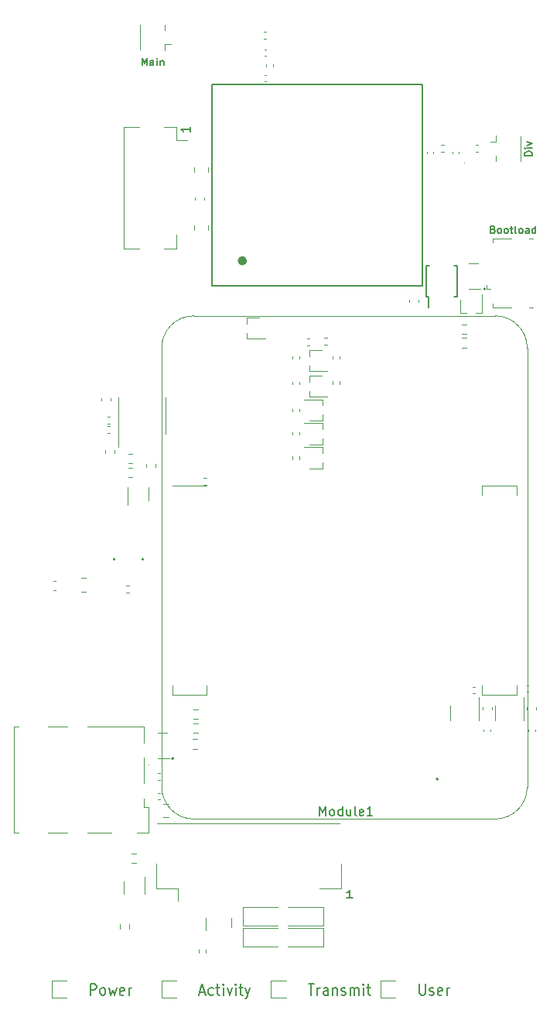
<source format=gbr>
%TF.GenerationSoftware,KiCad,Pcbnew,6.99.0-1.20221101gitf80c150.fc36*%
%TF.CreationDate,2022-11-16T21:34:58+00:00*%
%TF.ProjectId,bugg-main-r4,62756767-2d6d-4616-996e-2d72342e6b69,rev?*%
%TF.SameCoordinates,Original*%
%TF.FileFunction,Legend,Top*%
%TF.FilePolarity,Positive*%
%FSLAX46Y46*%
G04 Gerber Fmt 4.6, Leading zero omitted, Abs format (unit mm)*
G04 Created by KiCad (PCBNEW 6.99.0-1.20221101gitf80c150.fc36) date 2022-11-16 21:34:58*
%MOMM*%
%LPD*%
G01*
G04 APERTURE LIST*
%ADD10C,0.200000*%
%ADD11C,0.150000*%
%ADD12C,0.120000*%
%ADD13C,0.127000*%
%ADD14C,0.508000*%
%ADD15C,0.100000*%
G04 APERTURE END LIST*
D10*
X17250000Y-23150000D02*
G75*
G03*
X17250000Y-23150000I-100000J0D01*
G01*
X-18100000Y900000D02*
G75*
G03*
X-18100000Y900000I-100000J0D01*
G01*
X-15000000Y900000D02*
G75*
G03*
X-15000000Y900000I-100000J0D01*
G01*
X-11700000Y-20900000D02*
G75*
G03*
X-11700000Y-20900000I-100000J0D01*
G01*
X22450000Y30450000D02*
G75*
G03*
X22450000Y30450000I-100000J0D01*
G01*
X15211904Y-45540857D02*
X15211904Y-46512285D01*
X15211904Y-46512285D02*
X15264285Y-46626571D01*
X15264285Y-46626571D02*
X15316666Y-46683714D01*
X15316666Y-46683714D02*
X15421428Y-46740857D01*
X15421428Y-46740857D02*
X15630952Y-46740857D01*
X15630952Y-46740857D02*
X15735714Y-46683714D01*
X15735714Y-46683714D02*
X15788095Y-46626571D01*
X15788095Y-46626571D02*
X15840476Y-46512285D01*
X15840476Y-46512285D02*
X15840476Y-45540857D01*
X16311904Y-46683714D02*
X16416666Y-46740857D01*
X16416666Y-46740857D02*
X16626190Y-46740857D01*
X16626190Y-46740857D02*
X16730952Y-46683714D01*
X16730952Y-46683714D02*
X16783333Y-46569428D01*
X16783333Y-46569428D02*
X16783333Y-46512285D01*
X16783333Y-46512285D02*
X16730952Y-46398000D01*
X16730952Y-46398000D02*
X16626190Y-46340857D01*
X16626190Y-46340857D02*
X16469047Y-46340857D01*
X16469047Y-46340857D02*
X16364285Y-46283714D01*
X16364285Y-46283714D02*
X16311904Y-46169428D01*
X16311904Y-46169428D02*
X16311904Y-46112285D01*
X16311904Y-46112285D02*
X16364285Y-45998000D01*
X16364285Y-45998000D02*
X16469047Y-45940857D01*
X16469047Y-45940857D02*
X16626190Y-45940857D01*
X16626190Y-45940857D02*
X16730952Y-45998000D01*
X17673809Y-46683714D02*
X17569047Y-46740857D01*
X17569047Y-46740857D02*
X17359523Y-46740857D01*
X17359523Y-46740857D02*
X17254761Y-46683714D01*
X17254761Y-46683714D02*
X17202380Y-46569428D01*
X17202380Y-46569428D02*
X17202380Y-46112285D01*
X17202380Y-46112285D02*
X17254761Y-45998000D01*
X17254761Y-45998000D02*
X17359523Y-45940857D01*
X17359523Y-45940857D02*
X17569047Y-45940857D01*
X17569047Y-45940857D02*
X17673809Y-45998000D01*
X17673809Y-45998000D02*
X17726190Y-46112285D01*
X17726190Y-46112285D02*
X17726190Y-46226571D01*
X17726190Y-46226571D02*
X17202380Y-46340857D01*
X18197618Y-46740857D02*
X18197618Y-45940857D01*
X18197618Y-46169428D02*
X18249999Y-46055142D01*
X18249999Y-46055142D02*
X18302380Y-45998000D01*
X18302380Y-45998000D02*
X18407142Y-45940857D01*
X18407142Y-45940857D02*
X18511904Y-45940857D01*
X-8840476Y-46398000D02*
X-8316666Y-46398000D01*
X-8945238Y-46740857D02*
X-8578571Y-45540857D01*
X-8578571Y-45540857D02*
X-8211904Y-46740857D01*
X-7373809Y-46683714D02*
X-7478571Y-46740857D01*
X-7478571Y-46740857D02*
X-7688095Y-46740857D01*
X-7688095Y-46740857D02*
X-7792857Y-46683714D01*
X-7792857Y-46683714D02*
X-7845238Y-46626571D01*
X-7845238Y-46626571D02*
X-7897619Y-46512285D01*
X-7897619Y-46512285D02*
X-7897619Y-46169428D01*
X-7897619Y-46169428D02*
X-7845238Y-46055142D01*
X-7845238Y-46055142D02*
X-7792857Y-45998000D01*
X-7792857Y-45998000D02*
X-7688095Y-45940857D01*
X-7688095Y-45940857D02*
X-7478571Y-45940857D01*
X-7478571Y-45940857D02*
X-7373809Y-45998000D01*
X-7059524Y-45940857D02*
X-6640476Y-45940857D01*
X-6902381Y-45540857D02*
X-6902381Y-46569428D01*
X-6902381Y-46569428D02*
X-6850000Y-46683714D01*
X-6850000Y-46683714D02*
X-6745238Y-46740857D01*
X-6745238Y-46740857D02*
X-6640476Y-46740857D01*
X-6273810Y-46740857D02*
X-6273810Y-45940857D01*
X-6273810Y-45540857D02*
X-6326191Y-45598000D01*
X-6326191Y-45598000D02*
X-6273810Y-45655142D01*
X-6273810Y-45655142D02*
X-6221429Y-45598000D01*
X-6221429Y-45598000D02*
X-6273810Y-45540857D01*
X-6273810Y-45540857D02*
X-6273810Y-45655142D01*
X-5854762Y-45940857D02*
X-5592857Y-46740857D01*
X-5592857Y-46740857D02*
X-5330952Y-45940857D01*
X-4911905Y-46740857D02*
X-4911905Y-45940857D01*
X-4911905Y-45540857D02*
X-4964286Y-45598000D01*
X-4964286Y-45598000D02*
X-4911905Y-45655142D01*
X-4911905Y-45655142D02*
X-4859524Y-45598000D01*
X-4859524Y-45598000D02*
X-4911905Y-45540857D01*
X-4911905Y-45540857D02*
X-4911905Y-45655142D01*
X-4545238Y-45940857D02*
X-4126190Y-45940857D01*
X-4388095Y-45540857D02*
X-4388095Y-46569428D01*
X-4388095Y-46569428D02*
X-4335714Y-46683714D01*
X-4335714Y-46683714D02*
X-4230952Y-46740857D01*
X-4230952Y-46740857D02*
X-4126190Y-46740857D01*
X-3864286Y-45940857D02*
X-3602381Y-46740857D01*
X-3340476Y-45940857D02*
X-3602381Y-46740857D01*
X-3602381Y-46740857D02*
X-3707143Y-47026571D01*
X-3707143Y-47026571D02*
X-3759524Y-47083714D01*
X-3759524Y-47083714D02*
X-3864286Y-47140857D01*
D11*
X7888095Y-36093904D02*
X7259523Y-36093904D01*
X7573809Y-36093904D02*
X7573809Y-35293904D01*
X7573809Y-35293904D02*
X7469047Y-35408190D01*
X7469047Y-35408190D02*
X7364285Y-35484380D01*
X7364285Y-35484380D02*
X7259523Y-35522476D01*
D10*
X3054761Y-45540857D02*
X3683333Y-45540857D01*
X3369047Y-46740857D02*
X3369047Y-45540857D01*
X4049999Y-46740857D02*
X4049999Y-45940857D01*
X4049999Y-46169428D02*
X4102380Y-46055142D01*
X4102380Y-46055142D02*
X4154761Y-45998000D01*
X4154761Y-45998000D02*
X4259523Y-45940857D01*
X4259523Y-45940857D02*
X4364285Y-45940857D01*
X5202380Y-46740857D02*
X5202380Y-46112285D01*
X5202380Y-46112285D02*
X5149999Y-45998000D01*
X5149999Y-45998000D02*
X5045237Y-45940857D01*
X5045237Y-45940857D02*
X4835713Y-45940857D01*
X4835713Y-45940857D02*
X4730951Y-45998000D01*
X5202380Y-46683714D02*
X5097618Y-46740857D01*
X5097618Y-46740857D02*
X4835713Y-46740857D01*
X4835713Y-46740857D02*
X4730951Y-46683714D01*
X4730951Y-46683714D02*
X4678570Y-46569428D01*
X4678570Y-46569428D02*
X4678570Y-46455142D01*
X4678570Y-46455142D02*
X4730951Y-46340857D01*
X4730951Y-46340857D02*
X4835713Y-46283714D01*
X4835713Y-46283714D02*
X5097618Y-46283714D01*
X5097618Y-46283714D02*
X5202380Y-46226571D01*
X5726189Y-45940857D02*
X5726189Y-46740857D01*
X5726189Y-46055142D02*
X5778570Y-45998000D01*
X5778570Y-45998000D02*
X5883332Y-45940857D01*
X5883332Y-45940857D02*
X6040475Y-45940857D01*
X6040475Y-45940857D02*
X6145237Y-45998000D01*
X6145237Y-45998000D02*
X6197618Y-46112285D01*
X6197618Y-46112285D02*
X6197618Y-46740857D01*
X6669046Y-46683714D02*
X6773808Y-46740857D01*
X6773808Y-46740857D02*
X6983332Y-46740857D01*
X6983332Y-46740857D02*
X7088094Y-46683714D01*
X7088094Y-46683714D02*
X7140475Y-46569428D01*
X7140475Y-46569428D02*
X7140475Y-46512285D01*
X7140475Y-46512285D02*
X7088094Y-46398000D01*
X7088094Y-46398000D02*
X6983332Y-46340857D01*
X6983332Y-46340857D02*
X6826189Y-46340857D01*
X6826189Y-46340857D02*
X6721427Y-46283714D01*
X6721427Y-46283714D02*
X6669046Y-46169428D01*
X6669046Y-46169428D02*
X6669046Y-46112285D01*
X6669046Y-46112285D02*
X6721427Y-45998000D01*
X6721427Y-45998000D02*
X6826189Y-45940857D01*
X6826189Y-45940857D02*
X6983332Y-45940857D01*
X6983332Y-45940857D02*
X7088094Y-45998000D01*
X7611903Y-46740857D02*
X7611903Y-45940857D01*
X7611903Y-46055142D02*
X7664284Y-45998000D01*
X7664284Y-45998000D02*
X7769046Y-45940857D01*
X7769046Y-45940857D02*
X7926189Y-45940857D01*
X7926189Y-45940857D02*
X8030951Y-45998000D01*
X8030951Y-45998000D02*
X8083332Y-46112285D01*
X8083332Y-46112285D02*
X8083332Y-46740857D01*
X8083332Y-46112285D02*
X8135713Y-45998000D01*
X8135713Y-45998000D02*
X8240475Y-45940857D01*
X8240475Y-45940857D02*
X8397618Y-45940857D01*
X8397618Y-45940857D02*
X8502379Y-45998000D01*
X8502379Y-45998000D02*
X8554760Y-46112285D01*
X8554760Y-46112285D02*
X8554760Y-46740857D01*
X9078570Y-46740857D02*
X9078570Y-45940857D01*
X9078570Y-45540857D02*
X9026189Y-45598000D01*
X9026189Y-45598000D02*
X9078570Y-45655142D01*
X9078570Y-45655142D02*
X9130951Y-45598000D01*
X9130951Y-45598000D02*
X9078570Y-45540857D01*
X9078570Y-45540857D02*
X9078570Y-45655142D01*
X9445237Y-45940857D02*
X9864285Y-45940857D01*
X9602380Y-45540857D02*
X9602380Y-46569428D01*
X9602380Y-46569428D02*
X9654761Y-46683714D01*
X9654761Y-46683714D02*
X9759523Y-46740857D01*
X9759523Y-46740857D02*
X9864285Y-46740857D01*
D11*
X27525904Y45040476D02*
X26725904Y45040476D01*
X26725904Y45040476D02*
X26725904Y45230952D01*
X26725904Y45230952D02*
X26764000Y45345238D01*
X26764000Y45345238D02*
X26840190Y45421428D01*
X26840190Y45421428D02*
X26916380Y45459523D01*
X26916380Y45459523D02*
X27068761Y45497619D01*
X27068761Y45497619D02*
X27183047Y45497619D01*
X27183047Y45497619D02*
X27335428Y45459523D01*
X27335428Y45459523D02*
X27411619Y45421428D01*
X27411619Y45421428D02*
X27487809Y45345238D01*
X27487809Y45345238D02*
X27525904Y45230952D01*
X27525904Y45230952D02*
X27525904Y45040476D01*
X27525904Y45840476D02*
X26992571Y45840476D01*
X26725904Y45840476D02*
X26764000Y45802380D01*
X26764000Y45802380D02*
X26802095Y45840476D01*
X26802095Y45840476D02*
X26764000Y45878571D01*
X26764000Y45878571D02*
X26725904Y45840476D01*
X26725904Y45840476D02*
X26802095Y45840476D01*
X26992571Y46145237D02*
X27525904Y46335713D01*
X27525904Y46335713D02*
X26992571Y46526190D01*
D10*
X-20788095Y-46740857D02*
X-20788095Y-45540857D01*
X-20788095Y-45540857D02*
X-20369047Y-45540857D01*
X-20369047Y-45540857D02*
X-20264285Y-45598000D01*
X-20264285Y-45598000D02*
X-20211904Y-45655142D01*
X-20211904Y-45655142D02*
X-20159523Y-45769428D01*
X-20159523Y-45769428D02*
X-20159523Y-45940857D01*
X-20159523Y-45940857D02*
X-20211904Y-46055142D01*
X-20211904Y-46055142D02*
X-20264285Y-46112285D01*
X-20264285Y-46112285D02*
X-20369047Y-46169428D01*
X-20369047Y-46169428D02*
X-20788095Y-46169428D01*
X-19530952Y-46740857D02*
X-19635714Y-46683714D01*
X-19635714Y-46683714D02*
X-19688095Y-46626571D01*
X-19688095Y-46626571D02*
X-19740476Y-46512285D01*
X-19740476Y-46512285D02*
X-19740476Y-46169428D01*
X-19740476Y-46169428D02*
X-19688095Y-46055142D01*
X-19688095Y-46055142D02*
X-19635714Y-45998000D01*
X-19635714Y-45998000D02*
X-19530952Y-45940857D01*
X-19530952Y-45940857D02*
X-19373809Y-45940857D01*
X-19373809Y-45940857D02*
X-19269047Y-45998000D01*
X-19269047Y-45998000D02*
X-19216666Y-46055142D01*
X-19216666Y-46055142D02*
X-19164285Y-46169428D01*
X-19164285Y-46169428D02*
X-19164285Y-46512285D01*
X-19164285Y-46512285D02*
X-19216666Y-46626571D01*
X-19216666Y-46626571D02*
X-19269047Y-46683714D01*
X-19269047Y-46683714D02*
X-19373809Y-46740857D01*
X-19373809Y-46740857D02*
X-19530952Y-46740857D01*
X-18797619Y-45940857D02*
X-18588095Y-46740857D01*
X-18588095Y-46740857D02*
X-18378571Y-46169428D01*
X-18378571Y-46169428D02*
X-18169047Y-46740857D01*
X-18169047Y-46740857D02*
X-17959523Y-45940857D01*
X-17121428Y-46683714D02*
X-17226190Y-46740857D01*
X-17226190Y-46740857D02*
X-17435714Y-46740857D01*
X-17435714Y-46740857D02*
X-17540476Y-46683714D01*
X-17540476Y-46683714D02*
X-17592857Y-46569428D01*
X-17592857Y-46569428D02*
X-17592857Y-46112285D01*
X-17592857Y-46112285D02*
X-17540476Y-45998000D01*
X-17540476Y-45998000D02*
X-17435714Y-45940857D01*
X-17435714Y-45940857D02*
X-17226190Y-45940857D01*
X-17226190Y-45940857D02*
X-17121428Y-45998000D01*
X-17121428Y-45998000D02*
X-17069047Y-46112285D01*
X-17069047Y-46112285D02*
X-17069047Y-46226571D01*
X-17069047Y-46226571D02*
X-17592857Y-46340857D01*
X-16597619Y-46740857D02*
X-16597619Y-45940857D01*
X-16597619Y-46169428D02*
X-16545238Y-46055142D01*
X-16545238Y-46055142D02*
X-16492857Y-45998000D01*
X-16492857Y-45998000D02*
X-16388095Y-45940857D01*
X-16388095Y-45940857D02*
X-16283333Y-45940857D01*
D11*
X-15159523Y54874095D02*
X-15159523Y55674095D01*
X-15159523Y55674095D02*
X-14892857Y55102666D01*
X-14892857Y55102666D02*
X-14626190Y55674095D01*
X-14626190Y55674095D02*
X-14626190Y54874095D01*
X-13902380Y54874095D02*
X-13902380Y55293142D01*
X-13902380Y55293142D02*
X-13940475Y55369333D01*
X-13940475Y55369333D02*
X-14016666Y55407428D01*
X-14016666Y55407428D02*
X-14169047Y55407428D01*
X-14169047Y55407428D02*
X-14245237Y55369333D01*
X-13902380Y54912190D02*
X-13978571Y54874095D01*
X-13978571Y54874095D02*
X-14169047Y54874095D01*
X-14169047Y54874095D02*
X-14245237Y54912190D01*
X-14245237Y54912190D02*
X-14283333Y54988380D01*
X-14283333Y54988380D02*
X-14283333Y55064571D01*
X-14283333Y55064571D02*
X-14245237Y55140761D01*
X-14245237Y55140761D02*
X-14169047Y55178857D01*
X-14169047Y55178857D02*
X-13978571Y55178857D01*
X-13978571Y55178857D02*
X-13902380Y55216952D01*
X-13521427Y54874095D02*
X-13521427Y55407428D01*
X-13521427Y55674095D02*
X-13559523Y55636000D01*
X-13559523Y55636000D02*
X-13521427Y55597904D01*
X-13521427Y55597904D02*
X-13483332Y55636000D01*
X-13483332Y55636000D02*
X-13521427Y55674095D01*
X-13521427Y55674095D02*
X-13521427Y55597904D01*
X-13140475Y55407428D02*
X-13140475Y54874095D01*
X-13140475Y55331238D02*
X-13102380Y55369333D01*
X-13102380Y55369333D02*
X-13026190Y55407428D01*
X-13026190Y55407428D02*
X-12911904Y55407428D01*
X-12911904Y55407428D02*
X-12835713Y55369333D01*
X-12835713Y55369333D02*
X-12797618Y55293142D01*
X-12797618Y55293142D02*
X-12797618Y54874095D01*
X23257142Y36943142D02*
X23371428Y36905047D01*
X23371428Y36905047D02*
X23409523Y36866952D01*
X23409523Y36866952D02*
X23447619Y36790761D01*
X23447619Y36790761D02*
X23447619Y36676476D01*
X23447619Y36676476D02*
X23409523Y36600285D01*
X23409523Y36600285D02*
X23371428Y36562190D01*
X23371428Y36562190D02*
X23295238Y36524095D01*
X23295238Y36524095D02*
X22990476Y36524095D01*
X22990476Y36524095D02*
X22990476Y37324095D01*
X22990476Y37324095D02*
X23257142Y37324095D01*
X23257142Y37324095D02*
X23333333Y37286000D01*
X23333333Y37286000D02*
X23371428Y37247904D01*
X23371428Y37247904D02*
X23409523Y37171714D01*
X23409523Y37171714D02*
X23409523Y37095523D01*
X23409523Y37095523D02*
X23371428Y37019333D01*
X23371428Y37019333D02*
X23333333Y36981238D01*
X23333333Y36981238D02*
X23257142Y36943142D01*
X23257142Y36943142D02*
X22990476Y36943142D01*
X23904761Y36524095D02*
X23828571Y36562190D01*
X23828571Y36562190D02*
X23790476Y36600285D01*
X23790476Y36600285D02*
X23752380Y36676476D01*
X23752380Y36676476D02*
X23752380Y36905047D01*
X23752380Y36905047D02*
X23790476Y36981238D01*
X23790476Y36981238D02*
X23828571Y37019333D01*
X23828571Y37019333D02*
X23904761Y37057428D01*
X23904761Y37057428D02*
X24019047Y37057428D01*
X24019047Y37057428D02*
X24095238Y37019333D01*
X24095238Y37019333D02*
X24133333Y36981238D01*
X24133333Y36981238D02*
X24171428Y36905047D01*
X24171428Y36905047D02*
X24171428Y36676476D01*
X24171428Y36676476D02*
X24133333Y36600285D01*
X24133333Y36600285D02*
X24095238Y36562190D01*
X24095238Y36562190D02*
X24019047Y36524095D01*
X24019047Y36524095D02*
X23904761Y36524095D01*
X24628571Y36524095D02*
X24552381Y36562190D01*
X24552381Y36562190D02*
X24514286Y36600285D01*
X24514286Y36600285D02*
X24476190Y36676476D01*
X24476190Y36676476D02*
X24476190Y36905047D01*
X24476190Y36905047D02*
X24514286Y36981238D01*
X24514286Y36981238D02*
X24552381Y37019333D01*
X24552381Y37019333D02*
X24628571Y37057428D01*
X24628571Y37057428D02*
X24742857Y37057428D01*
X24742857Y37057428D02*
X24819048Y37019333D01*
X24819048Y37019333D02*
X24857143Y36981238D01*
X24857143Y36981238D02*
X24895238Y36905047D01*
X24895238Y36905047D02*
X24895238Y36676476D01*
X24895238Y36676476D02*
X24857143Y36600285D01*
X24857143Y36600285D02*
X24819048Y36562190D01*
X24819048Y36562190D02*
X24742857Y36524095D01*
X24742857Y36524095D02*
X24628571Y36524095D01*
X25123810Y37057428D02*
X25428572Y37057428D01*
X25238096Y37324095D02*
X25238096Y36638380D01*
X25238096Y36638380D02*
X25276191Y36562190D01*
X25276191Y36562190D02*
X25352381Y36524095D01*
X25352381Y36524095D02*
X25428572Y36524095D01*
X25809524Y36524095D02*
X25733334Y36562190D01*
X25733334Y36562190D02*
X25695239Y36638380D01*
X25695239Y36638380D02*
X25695239Y37324095D01*
X26228572Y36524095D02*
X26152382Y36562190D01*
X26152382Y36562190D02*
X26114287Y36600285D01*
X26114287Y36600285D02*
X26076191Y36676476D01*
X26076191Y36676476D02*
X26076191Y36905047D01*
X26076191Y36905047D02*
X26114287Y36981238D01*
X26114287Y36981238D02*
X26152382Y37019333D01*
X26152382Y37019333D02*
X26228572Y37057428D01*
X26228572Y37057428D02*
X26342858Y37057428D01*
X26342858Y37057428D02*
X26419049Y37019333D01*
X26419049Y37019333D02*
X26457144Y36981238D01*
X26457144Y36981238D02*
X26495239Y36905047D01*
X26495239Y36905047D02*
X26495239Y36676476D01*
X26495239Y36676476D02*
X26457144Y36600285D01*
X26457144Y36600285D02*
X26419049Y36562190D01*
X26419049Y36562190D02*
X26342858Y36524095D01*
X26342858Y36524095D02*
X26228572Y36524095D01*
X27180954Y36524095D02*
X27180954Y36943142D01*
X27180954Y36943142D02*
X27142859Y37019333D01*
X27142859Y37019333D02*
X27066668Y37057428D01*
X27066668Y37057428D02*
X26914287Y37057428D01*
X26914287Y37057428D02*
X26838097Y37019333D01*
X27180954Y36562190D02*
X27104763Y36524095D01*
X27104763Y36524095D02*
X26914287Y36524095D01*
X26914287Y36524095D02*
X26838097Y36562190D01*
X26838097Y36562190D02*
X26800001Y36638380D01*
X26800001Y36638380D02*
X26800001Y36714571D01*
X26800001Y36714571D02*
X26838097Y36790761D01*
X26838097Y36790761D02*
X26914287Y36828857D01*
X26914287Y36828857D02*
X27104763Y36828857D01*
X27104763Y36828857D02*
X27180954Y36866952D01*
X27904764Y36524095D02*
X27904764Y37324095D01*
X27904764Y36562190D02*
X27828573Y36524095D01*
X27828573Y36524095D02*
X27676192Y36524095D01*
X27676192Y36524095D02*
X27600002Y36562190D01*
X27600002Y36562190D02*
X27561907Y36600285D01*
X27561907Y36600285D02*
X27523811Y36676476D01*
X27523811Y36676476D02*
X27523811Y36905047D01*
X27523811Y36905047D02*
X27561907Y36981238D01*
X27561907Y36981238D02*
X27600002Y37019333D01*
X27600002Y37019333D02*
X27676192Y37057428D01*
X27676192Y37057428D02*
X27828573Y37057428D01*
X27828573Y37057428D02*
X27904764Y37019333D01*
X-9917619Y48161904D02*
X-9917619Y47590476D01*
X-9917619Y47876190D02*
X-10917619Y47876190D01*
X-10917619Y47876190D02*
X-10774761Y47780952D01*
X-10774761Y47780952D02*
X-10679523Y47685714D01*
X-10679523Y47685714D02*
X-10631904Y47590476D01*
%TO.C,Module1*%
X4292857Y-27117380D02*
X4292857Y-26117380D01*
X4292857Y-26117380D02*
X4626190Y-26831666D01*
X4626190Y-26831666D02*
X4959523Y-26117380D01*
X4959523Y-26117380D02*
X4959523Y-27117380D01*
X5578571Y-27117380D02*
X5483333Y-27069761D01*
X5483333Y-27069761D02*
X5435714Y-27022142D01*
X5435714Y-27022142D02*
X5388095Y-26926904D01*
X5388095Y-26926904D02*
X5388095Y-26641190D01*
X5388095Y-26641190D02*
X5435714Y-26545952D01*
X5435714Y-26545952D02*
X5483333Y-26498333D01*
X5483333Y-26498333D02*
X5578571Y-26450714D01*
X5578571Y-26450714D02*
X5721428Y-26450714D01*
X5721428Y-26450714D02*
X5816666Y-26498333D01*
X5816666Y-26498333D02*
X5864285Y-26545952D01*
X5864285Y-26545952D02*
X5911904Y-26641190D01*
X5911904Y-26641190D02*
X5911904Y-26926904D01*
X5911904Y-26926904D02*
X5864285Y-27022142D01*
X5864285Y-27022142D02*
X5816666Y-27069761D01*
X5816666Y-27069761D02*
X5721428Y-27117380D01*
X5721428Y-27117380D02*
X5578571Y-27117380D01*
X6769047Y-27117380D02*
X6769047Y-26117380D01*
X6769047Y-27069761D02*
X6673809Y-27117380D01*
X6673809Y-27117380D02*
X6483333Y-27117380D01*
X6483333Y-27117380D02*
X6388095Y-27069761D01*
X6388095Y-27069761D02*
X6340476Y-27022142D01*
X6340476Y-27022142D02*
X6292857Y-26926904D01*
X6292857Y-26926904D02*
X6292857Y-26641190D01*
X6292857Y-26641190D02*
X6340476Y-26545952D01*
X6340476Y-26545952D02*
X6388095Y-26498333D01*
X6388095Y-26498333D02*
X6483333Y-26450714D01*
X6483333Y-26450714D02*
X6673809Y-26450714D01*
X6673809Y-26450714D02*
X6769047Y-26498333D01*
X7673809Y-26450714D02*
X7673809Y-27117380D01*
X7245238Y-26450714D02*
X7245238Y-26974523D01*
X7245238Y-26974523D02*
X7292857Y-27069761D01*
X7292857Y-27069761D02*
X7388095Y-27117380D01*
X7388095Y-27117380D02*
X7530952Y-27117380D01*
X7530952Y-27117380D02*
X7626190Y-27069761D01*
X7626190Y-27069761D02*
X7673809Y-27022142D01*
X8292857Y-27117380D02*
X8197619Y-27069761D01*
X8197619Y-27069761D02*
X8150000Y-26974523D01*
X8150000Y-26974523D02*
X8150000Y-26117380D01*
X9054762Y-27069761D02*
X8959524Y-27117380D01*
X8959524Y-27117380D02*
X8769048Y-27117380D01*
X8769048Y-27117380D02*
X8673810Y-27069761D01*
X8673810Y-27069761D02*
X8626191Y-26974523D01*
X8626191Y-26974523D02*
X8626191Y-26593571D01*
X8626191Y-26593571D02*
X8673810Y-26498333D01*
X8673810Y-26498333D02*
X8769048Y-26450714D01*
X8769048Y-26450714D02*
X8959524Y-26450714D01*
X8959524Y-26450714D02*
X9054762Y-26498333D01*
X9054762Y-26498333D02*
X9102381Y-26593571D01*
X9102381Y-26593571D02*
X9102381Y-26688809D01*
X9102381Y-26688809D02*
X8626191Y-26784047D01*
X10054762Y-27117380D02*
X9483334Y-27117380D01*
X9769048Y-27117380D02*
X9769048Y-26117380D01*
X9769048Y-26117380D02*
X9673810Y-26260238D01*
X9673810Y-26260238D02*
X9578572Y-26355476D01*
X9578572Y-26355476D02*
X9483334Y-26403095D01*
D12*
%TO.C,C28*%
X-13407836Y-24640000D02*
X-13192164Y-24640000D01*
X-13407836Y-25360000D02*
X-13192164Y-25360000D01*
%TO.C,C26*%
X-13407836Y-22490000D02*
X-13192164Y-22490000D01*
X-13407836Y-23210000D02*
X-13192164Y-23210000D01*
%TO.C,J13*%
X-21125000Y-17374000D02*
X-14925000Y-17374000D01*
X-14925000Y-17374000D02*
X-14925000Y-19152000D01*
X-29210500Y-17380000D02*
X-29210500Y-28994500D01*
X-14478500Y-26200500D02*
X-14478500Y-28994500D01*
X-28702500Y-28994500D02*
X-29210500Y-28994500D01*
X-23368500Y-28994500D02*
X-25464000Y-28994500D01*
X-18479000Y-28994500D02*
X-21125000Y-28994500D01*
X-14478500Y-28994500D02*
X-15748500Y-28994500D01*
X-14478500Y-26200500D02*
X-14923000Y-26200500D01*
X-14925000Y-25248000D02*
X-14925000Y-26200500D01*
X-14923000Y-20803000D02*
X-14925000Y-23597000D01*
X-25464000Y-17374000D02*
X-23368500Y-17374000D01*
X-29210500Y-17380000D02*
X-28702500Y-17380000D01*
%TO.C,U29*%
X23490000Y-15950000D02*
X23490000Y-16750000D01*
X23490000Y-15950000D02*
X23490000Y-15150000D01*
X26610000Y-15950000D02*
X26610000Y-16750000D01*
X26610000Y-15950000D02*
X26610000Y-14150000D01*
%TO.C,J15*%
X23010000Y30440000D02*
X22560000Y30440000D01*
X22560000Y30890000D02*
X22560000Y30440000D01*
X23240000Y28440000D02*
X23240000Y28860000D01*
X25220000Y28440000D02*
X23240000Y28440000D01*
X27590000Y28440000D02*
X27190000Y28440000D01*
X27190000Y35960000D02*
X27590000Y35960000D01*
X23240000Y35960000D02*
X23240000Y35540000D01*
X25220000Y35960000D02*
X23240000Y35960000D01*
%TO.C,D1*%
X-11407500Y-45140000D02*
X-13050000Y-45140000D01*
X-13050000Y-47060000D02*
X-11407500Y-47060000D01*
X-13050000Y-45140000D02*
X-13050000Y-47060000D01*
%TO.C,Q11*%
X3120000Y20300000D02*
X3120000Y20960000D01*
X3120000Y18640000D02*
X3120000Y19300000D01*
X3120000Y18640000D02*
X5150000Y18640000D01*
X4530000Y20960000D02*
X3120000Y20960000D01*
%TO.C,R44*%
X1270000Y22796359D02*
X1270000Y23103641D01*
X2030000Y22796359D02*
X2030000Y23103641D01*
%TO.C,J10*%
X-13610000Y-32410000D02*
X-13610000Y-35060000D01*
X-13610000Y-35060000D02*
X-11260000Y-35060000D01*
X-13500000Y-27990000D02*
X6500000Y-27990000D01*
X-11260000Y-35060000D02*
X-11260000Y-36450000D01*
X6610000Y-32410000D02*
X6610000Y-35060000D01*
X6610000Y-35060000D02*
X4260000Y-35060000D01*
%TO.C,C36*%
X-14710000Y11009420D02*
X-14710000Y11290580D01*
X-13690000Y11009420D02*
X-13690000Y11290580D01*
%TO.C,C23*%
X-7965000Y37361252D02*
X-7965000Y36838748D01*
X-9435000Y37361252D02*
X-9435000Y36838748D01*
%TO.C,Q9*%
X3120000Y23100000D02*
X3120000Y23760000D01*
X3120000Y21440000D02*
X3120000Y22100000D01*
X3120000Y21440000D02*
X5150000Y21440000D01*
X4530000Y23760000D02*
X3120000Y23760000D01*
%TO.C,R43*%
X5670000Y22796359D02*
X5670000Y23103641D01*
X6430000Y22796359D02*
X6430000Y23103641D01*
%TO.C,U13*%
X-12590000Y16600000D02*
X-12590000Y18550000D01*
X-12590000Y16600000D02*
X-12590000Y14650000D01*
X-17710000Y16600000D02*
X-17710000Y18550000D01*
X-17710000Y16600000D02*
X-17710000Y13150000D01*
%TO.C,FB3*%
X28010000Y-15237221D02*
X28010000Y-15562779D01*
X26990000Y-15237221D02*
X26990000Y-15562779D01*
%TO.C,R45*%
X17903641Y45420000D02*
X17596359Y45420000D01*
X17903641Y46180000D02*
X17596359Y46180000D01*
%TO.C,Q4*%
X20350000Y27820000D02*
X19690000Y27820000D01*
X22010000Y27820000D02*
X21350000Y27820000D01*
X22010000Y27820000D02*
X22010000Y29850000D01*
X19690000Y29230000D02*
X19690000Y27820000D01*
%TO.C,U8*%
X-13454000Y-18107200D02*
X-12454000Y-18107200D01*
X-13454000Y-20907200D02*
X-12154000Y-20907200D01*
%TO.C,R20*%
X-820000Y55013641D02*
X-820000Y54706359D01*
X-1580000Y55013641D02*
X-1580000Y54706359D01*
%TO.C,R40*%
X5103641Y24320000D02*
X4796359Y24320000D01*
X5103641Y25080000D02*
X4796359Y25080000D01*
%TO.C,J12*%
X-15355000Y56600000D02*
X-15355000Y59300000D01*
X-12635000Y57190000D02*
X-12005000Y57190000D01*
X-12635000Y59350000D02*
X-12635000Y58710000D01*
X-12635000Y56550000D02*
X-12635000Y57190000D01*
%TO.C,C97*%
X27137836Y-13610000D02*
X26922164Y-13610000D01*
X27137836Y-12890000D02*
X26922164Y-12890000D01*
%TO.C,R38*%
X2030000Y14803641D02*
X2030000Y14496359D01*
X1270000Y14803641D02*
X1270000Y14496359D01*
%TO.C,R22*%
X-9537258Y-15527500D02*
X-9062742Y-15527500D01*
X-9537258Y-16572500D02*
X-9062742Y-16572500D01*
%TO.C,R41*%
X21653641Y45420000D02*
X21346359Y45420000D01*
X21653641Y46180000D02*
X21346359Y46180000D01*
%TO.C,R23*%
X-9112742Y-19822500D02*
X-9587258Y-19822500D01*
X-9112742Y-18777500D02*
X-9587258Y-18777500D01*
%TO.C,D3*%
X592500Y-45140000D02*
X-1050000Y-45140000D01*
X-1050000Y-47060000D02*
X592500Y-47060000D01*
X-1050000Y-45140000D02*
X-1050000Y-47060000D01*
D13*
%TO.C,U7*%
X-7500000Y30800000D02*
X15500000Y30800000D01*
X15500000Y30800000D02*
X15500000Y52800000D01*
X-7500000Y52800000D02*
X-7500000Y30800000D01*
X15500000Y52800000D02*
X-7500000Y52800000D01*
D14*
X-3926000Y33520000D02*
G75*
G03*
X-3926000Y33520000I-254000J0D01*
G01*
D11*
%TO.C,U15*%
X15975000Y29625000D02*
X16200000Y29625000D01*
X15975000Y32975000D02*
X16275000Y32975000D01*
X19325000Y32975000D02*
X19025000Y32975000D01*
X19325000Y29625000D02*
X19025000Y29625000D01*
X15975000Y29625000D02*
X15975000Y32975000D01*
X19325000Y29625000D02*
X19325000Y32975000D01*
X16200000Y29625000D02*
X16200000Y28400000D01*
D12*
%TO.C,D23*%
X4650000Y-41450000D02*
X4650000Y-39450000D01*
X4650000Y-39450000D02*
X800000Y-39450000D01*
X4650000Y-41450000D02*
X800000Y-41450000D01*
%TO.C,D22*%
X-4150000Y-39450000D02*
X-4150000Y-41450000D01*
X-4150000Y-41450000D02*
X-300000Y-41450000D01*
X-4150000Y-39450000D02*
X-300000Y-39450000D01*
%TO.C,R33*%
X2030000Y17353641D02*
X2030000Y17046359D01*
X1270000Y17353641D02*
X1270000Y17046359D01*
%TO.C,D24*%
X4650000Y-39150000D02*
X4650000Y-37150000D01*
X4650000Y-37150000D02*
X800000Y-37150000D01*
X4650000Y-39150000D02*
X800000Y-39150000D01*
%TO.C,R37*%
X2030000Y12153641D02*
X2030000Y11846359D01*
X1270000Y12153641D02*
X1270000Y11846359D01*
%TO.C,C20*%
X-1542164Y53100000D02*
X-1757836Y53100000D01*
X-1542164Y53820000D02*
X-1757836Y53820000D01*
%TO.C,R2*%
X-18646359Y14720000D02*
X-18953641Y14720000D01*
X-18646359Y15480000D02*
X-18953641Y15480000D01*
%TO.C,R5*%
X-16527500Y-39012742D02*
X-16527500Y-39487258D01*
X-17572500Y-39012742D02*
X-17572500Y-39487258D01*
%TO.C,D21*%
X-4150000Y-37150000D02*
X-4150000Y-39150000D01*
X-4150000Y-39150000D02*
X-300000Y-39150000D01*
X-4150000Y-37150000D02*
X-300000Y-37150000D01*
%TO.C,Module1*%
X22070000Y8900000D02*
X25850000Y8900000D01*
X-11850000Y-13900000D02*
X-11850000Y-12900000D01*
X25850000Y-13900000D02*
X25850000Y-12900000D01*
X-9500000Y-27500000D02*
X23500000Y-27500000D01*
X-8070000Y-13900000D02*
X-8070000Y-12900000D01*
X22070000Y-13900000D02*
X22070000Y-12900000D01*
X25850000Y8900000D02*
X25850000Y7900000D01*
X22070000Y8900000D02*
X22070000Y7900000D01*
X-11850000Y8900000D02*
X-8070000Y8900000D01*
X27000000Y-24000000D02*
X27000000Y24000000D01*
X23500000Y27500000D02*
X-9500000Y27500000D01*
X-13000000Y24000000D02*
X-13000000Y-24000000D01*
X22070000Y-13900000D02*
X25850000Y-13900000D01*
X-11850000Y-13900000D02*
X-8070000Y-13900000D01*
X27000000Y24000000D02*
G75*
G03*
X23500000Y27500000I-3500000J0D01*
G01*
X-13000000Y-24000000D02*
G75*
G03*
X-9500000Y-27500000I3500000J0D01*
G01*
X23500000Y-27500000D02*
G75*
G03*
X27000000Y-24000000I0J3500000D01*
G01*
X-9500000Y27500000D02*
G75*
G03*
X-13000000Y24000000I0J-3500000D01*
G01*
%TO.C,R4*%
X-16287258Y-31277500D02*
X-15812742Y-31277500D01*
X-16287258Y-32322500D02*
X-15812742Y-32322500D01*
%TO.C,R21*%
X-9537258Y-17027500D02*
X-9062742Y-17027500D01*
X-9537258Y-18072500D02*
X-9062742Y-18072500D01*
%TO.C,R3*%
X-8403641Y9780000D02*
X-8096359Y9780000D01*
X-8403641Y9020000D02*
X-8096359Y9020000D01*
%TO.C,C30*%
X-24609420Y-2510000D02*
X-24890580Y-2510000D01*
X-24609420Y-1490000D02*
X-24890580Y-1490000D01*
%TO.C,C21*%
X-9360000Y40159420D02*
X-9360000Y40440580D01*
X-8340000Y40159420D02*
X-8340000Y40440580D01*
%TO.C,Q8*%
X-3730000Y26650000D02*
X-3730000Y27310000D01*
X-3730000Y24990000D02*
X-3730000Y25650000D01*
X-3730000Y24990000D02*
X-1700000Y24990000D01*
X-2320000Y27310000D02*
X-3730000Y27310000D01*
%TO.C,C100*%
X22960000Y-17692164D02*
X22960000Y-17907836D01*
X22240000Y-17692164D02*
X22240000Y-17907836D01*
%TO.C,U14*%
X-16760000Y8750000D02*
X-16760000Y6850000D01*
X-14440000Y7350000D02*
X-14440000Y8750000D01*
%TO.C,C35*%
X-19210000Y12509420D02*
X-19210000Y12790580D01*
X-18190000Y12509420D02*
X-18190000Y12790580D01*
%TO.C,U30*%
X18590000Y-15950000D02*
X18590000Y-16750000D01*
X18590000Y-15950000D02*
X18590000Y-15150000D01*
X21710000Y-15950000D02*
X21710000Y-16750000D01*
X21710000Y-15950000D02*
X21710000Y-14150000D01*
%TO.C,R34*%
X-8220000Y-41796359D02*
X-8220000Y-42103641D01*
X-8980000Y-41796359D02*
X-8980000Y-42103641D01*
%TO.C,C19*%
X-1757836Y56620000D02*
X-1542164Y56620000D01*
X-1757836Y55900000D02*
X-1542164Y55900000D01*
%TO.C,C99*%
X21257836Y-13760000D02*
X21042164Y-13760000D01*
X21257836Y-13040000D02*
X21042164Y-13040000D01*
D15*
%TO.C,D6*%
X-14340000Y-21550000D02*
G75*
G03*
X-14340000Y-21550000I-50000J0D01*
G01*
%TO.C,D20*%
X-12860000Y21050000D02*
G75*
G03*
X-12860000Y21050000I-50000J0D01*
G01*
D12*
%TO.C,D7*%
X12592500Y-45140000D02*
X10950000Y-45140000D01*
X10950000Y-47060000D02*
X12592500Y-47060000D01*
X10950000Y-45140000D02*
X10950000Y-47060000D01*
%TO.C,C22*%
X-9435000Y43238748D02*
X-9435000Y43761252D01*
X-7965000Y43238748D02*
X-7965000Y43761252D01*
%TO.C,R39*%
X2896359Y25030000D02*
X3203641Y25030000D01*
X2896359Y24270000D02*
X3203641Y24270000D01*
D15*
%TO.C,D25*%
X20150000Y44235000D02*
G75*
G03*
X20150000Y44235000I-50000J0D01*
G01*
D12*
%TO.C,J16*%
X-11400000Y46660000D02*
X-11400000Y48150000D01*
X-11400000Y48150000D02*
X-12740000Y48150000D01*
X-11400000Y36340000D02*
X-11400000Y34850000D01*
X-11400000Y34850000D02*
X-12740000Y34850000D01*
X-15460000Y48150000D02*
X-17200000Y48150000D01*
X-17200000Y48150000D02*
X-17200000Y34850000D01*
X-17200000Y34850000D02*
X-15460000Y34850000D01*
X-11400000Y46660000D02*
X-10200000Y46660000D01*
%TO.C,R24*%
X-16596359Y-2780000D02*
X-16903641Y-2780000D01*
X-16596359Y-2020000D02*
X-16903641Y-2020000D01*
%TO.C,R42*%
X5670000Y20046359D02*
X5670000Y20353641D01*
X6430000Y20046359D02*
X6430000Y20353641D01*
%TO.C,R31*%
X19862742Y26572500D02*
X20337258Y26572500D01*
X19862742Y25527500D02*
X20337258Y25527500D01*
%TO.C,C98*%
X27860000Y-17692164D02*
X27860000Y-17907836D01*
X27140000Y-17692164D02*
X27140000Y-17907836D01*
%TO.C,R19*%
X-1853641Y58540000D02*
X-1546359Y58540000D01*
X-1853641Y57780000D02*
X-1546359Y57780000D01*
%TO.C,R46*%
X1270000Y19996359D02*
X1270000Y20303641D01*
X2030000Y19996359D02*
X2030000Y20303641D01*
%TO.C,C29*%
X-21811252Y-1165000D02*
X-21288748Y-1165000D01*
X-21811252Y-2635000D02*
X-21288748Y-2635000D01*
%TO.C,U2*%
X-5400000Y-38335000D02*
X-5400000Y-39335000D01*
X-8200000Y-38335000D02*
X-8200000Y-39635000D01*
%TO.C,FB4*%
X23110000Y-15237221D02*
X23110000Y-15562779D01*
X22090000Y-15237221D02*
X22090000Y-15562779D01*
%TO.C,C51*%
X18790000Y45217164D02*
X18790000Y45432836D01*
X19510000Y45217164D02*
X19510000Y45432836D01*
%TO.C,R30*%
X-16687258Y10922500D02*
X-16212742Y10922500D01*
X-16687258Y9877500D02*
X-16212742Y9877500D01*
%TO.C,R29*%
X-16687258Y12422500D02*
X-16212742Y12422500D01*
X-16687258Y11377500D02*
X-16212742Y11377500D01*
%TO.C,Q7*%
X4580000Y14100000D02*
X4580000Y13440000D01*
X4580000Y15760000D02*
X4580000Y15100000D01*
X4580000Y15760000D02*
X2550000Y15760000D01*
X3170000Y13440000D02*
X4580000Y13440000D01*
D15*
%TO.C,D9*%
X-2690000Y57210000D02*
G75*
G03*
X-2690000Y57210000I-50000J0D01*
G01*
D12*
%TO.C,R1*%
X-18646359Y15670000D02*
X-18953641Y15670000D01*
X-18646359Y16430000D02*
X-18953641Y16430000D01*
%TO.C,R32*%
X19862742Y25072500D02*
X20337258Y25072500D01*
X19862742Y24027500D02*
X20337258Y24027500D01*
%TO.C,Q6*%
X4580000Y11500000D02*
X4580000Y10840000D01*
X4580000Y13160000D02*
X4580000Y12500000D01*
X4580000Y13160000D02*
X2550000Y13160000D01*
X3170000Y10840000D02*
X4580000Y10840000D01*
%TO.C,D2*%
X-23407500Y-45140000D02*
X-25050000Y-45140000D01*
X-25050000Y-47060000D02*
X-23407500Y-47060000D01*
X-25050000Y-45140000D02*
X-25050000Y-47060000D01*
%TO.C,C34*%
X-18590000Y18540580D02*
X-18590000Y18259420D01*
X-19610000Y18540580D02*
X-19610000Y18259420D01*
%TO.C,Q5*%
X4580000Y16700000D02*
X4580000Y16040000D01*
X4580000Y18360000D02*
X4580000Y17700000D01*
X4580000Y18360000D02*
X2550000Y18360000D01*
X3170000Y16040000D02*
X4580000Y16040000D01*
%TO.C,J17*%
X26310000Y47125000D02*
X26310000Y44425000D01*
X23590000Y46535000D02*
X22960000Y46535000D01*
X23590000Y44375000D02*
X23590000Y45015000D01*
X23590000Y47175000D02*
X23590000Y46535000D01*
%TO.C,C61*%
X16710000Y45457836D02*
X16710000Y45242164D01*
X15990000Y45457836D02*
X15990000Y45242164D01*
%TO.C,U1*%
X-14840000Y-35700000D02*
X-14840000Y-33800000D01*
X-17160000Y-34300000D02*
X-17160000Y-35700000D01*
%TO.C,C37*%
X15110000Y29240580D02*
X15110000Y28959420D01*
X14090000Y29240580D02*
X14090000Y28959420D01*
%TO.C,C24*%
X-12811252Y-25865000D02*
X-12288748Y-25865000D01*
X-12811252Y-27335000D02*
X-12288748Y-27335000D01*
%TO.C,U16*%
X20600000Y33250000D02*
X21600000Y33250000D01*
X20600000Y30450000D02*
X21900000Y30450000D01*
%TD*%
M02*

</source>
